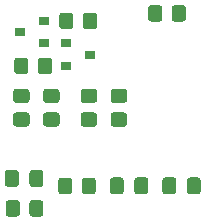
<source format=gbr>
%TF.GenerationSoftware,KiCad,Pcbnew,(5.1.9)-1*%
%TF.CreationDate,2021-09-13T16:04:34+07:00*%
%TF.ProjectId,Nano X ESP V3,4e616e6f-2058-4204-9553-502056332e6b,rev?*%
%TF.SameCoordinates,Original*%
%TF.FileFunction,Paste,Bot*%
%TF.FilePolarity,Positive*%
%FSLAX46Y46*%
G04 Gerber Fmt 4.6, Leading zero omitted, Abs format (unit mm)*
G04 Created by KiCad (PCBNEW (5.1.9)-1) date 2021-09-13 16:04:34*
%MOMM*%
%LPD*%
G01*
G04 APERTURE LIST*
%ADD10R,0.900000X0.800000*%
G04 APERTURE END LIST*
%TO.C,R8*%
G36*
G01*
X115065000Y-112845001D02*
X115065000Y-111944999D01*
G75*
G02*
X115314999Y-111695000I249999J0D01*
G01*
X116015001Y-111695000D01*
G75*
G02*
X116265000Y-111944999I0J-249999D01*
G01*
X116265000Y-112845001D01*
G75*
G02*
X116015001Y-113095000I-249999J0D01*
G01*
X115314999Y-113095000D01*
G75*
G02*
X115065000Y-112845001I0J249999D01*
G01*
G37*
G36*
G01*
X113065000Y-112845001D02*
X113065000Y-111944999D01*
G75*
G02*
X113314999Y-111695000I249999J0D01*
G01*
X114015001Y-111695000D01*
G75*
G02*
X114265000Y-111944999I0J-249999D01*
G01*
X114265000Y-112845001D01*
G75*
G02*
X114015001Y-113095000I-249999J0D01*
G01*
X113314999Y-113095000D01*
G75*
G02*
X113065000Y-112845001I0J249999D01*
G01*
G37*
%TD*%
%TO.C,C9*%
G36*
G01*
X109637500Y-125255000D02*
X109637500Y-126205000D01*
G75*
G02*
X109387500Y-126455000I-250000J0D01*
G01*
X108712500Y-126455000D01*
G75*
G02*
X108462500Y-126205000I0J250000D01*
G01*
X108462500Y-125255000D01*
G75*
G02*
X108712500Y-125005000I250000J0D01*
G01*
X109387500Y-125005000D01*
G75*
G02*
X109637500Y-125255000I0J-250000D01*
G01*
G37*
G36*
G01*
X111712500Y-125255000D02*
X111712500Y-126205000D01*
G75*
G02*
X111462500Y-126455000I-250000J0D01*
G01*
X110787500Y-126455000D01*
G75*
G02*
X110537500Y-126205000I0J250000D01*
G01*
X110537500Y-125255000D01*
G75*
G02*
X110787500Y-125005000I250000J0D01*
G01*
X111462500Y-125005000D01*
G75*
G02*
X111712500Y-125255000I0J-250000D01*
G01*
G37*
%TD*%
%TO.C,C11*%
G36*
G01*
X122972500Y-125890000D02*
X122972500Y-126840000D01*
G75*
G02*
X122722500Y-127090000I-250000J0D01*
G01*
X122047500Y-127090000D01*
G75*
G02*
X121797500Y-126840000I0J250000D01*
G01*
X121797500Y-125890000D01*
G75*
G02*
X122047500Y-125640000I250000J0D01*
G01*
X122722500Y-125640000D01*
G75*
G02*
X122972500Y-125890000I0J-250000D01*
G01*
G37*
G36*
G01*
X125047500Y-125890000D02*
X125047500Y-126840000D01*
G75*
G02*
X124797500Y-127090000I-250000J0D01*
G01*
X124122500Y-127090000D01*
G75*
G02*
X123872500Y-126840000I0J250000D01*
G01*
X123872500Y-125890000D01*
G75*
G02*
X124122500Y-125640000I250000J0D01*
G01*
X124797500Y-125640000D01*
G75*
G02*
X125047500Y-125890000I0J-250000D01*
G01*
G37*
%TD*%
%TO.C,R2*%
G36*
G01*
X110305001Y-119345000D02*
X109404999Y-119345000D01*
G75*
G02*
X109155000Y-119095001I0J249999D01*
G01*
X109155000Y-118394999D01*
G75*
G02*
X109404999Y-118145000I249999J0D01*
G01*
X110305001Y-118145000D01*
G75*
G02*
X110555000Y-118394999I0J-249999D01*
G01*
X110555000Y-119095001D01*
G75*
G02*
X110305001Y-119345000I-249999J0D01*
G01*
G37*
G36*
G01*
X110305001Y-121345000D02*
X109404999Y-121345000D01*
G75*
G02*
X109155000Y-121095001I0J249999D01*
G01*
X109155000Y-120394999D01*
G75*
G02*
X109404999Y-120145000I249999J0D01*
G01*
X110305001Y-120145000D01*
G75*
G02*
X110555000Y-120394999I0J-249999D01*
G01*
X110555000Y-121095001D01*
G75*
G02*
X110305001Y-121345000I-249999J0D01*
G01*
G37*
%TD*%
%TO.C,R3*%
G36*
G01*
X116020001Y-121345000D02*
X115119999Y-121345000D01*
G75*
G02*
X114870000Y-121095001I0J249999D01*
G01*
X114870000Y-120394999D01*
G75*
G02*
X115119999Y-120145000I249999J0D01*
G01*
X116020001Y-120145000D01*
G75*
G02*
X116270000Y-120394999I0J-249999D01*
G01*
X116270000Y-121095001D01*
G75*
G02*
X116020001Y-121345000I-249999J0D01*
G01*
G37*
G36*
G01*
X116020001Y-119345000D02*
X115119999Y-119345000D01*
G75*
G02*
X114870000Y-119095001I0J249999D01*
G01*
X114870000Y-118394999D01*
G75*
G02*
X115119999Y-118145000I249999J0D01*
G01*
X116020001Y-118145000D01*
G75*
G02*
X116270000Y-118394999I0J-249999D01*
G01*
X116270000Y-119095001D01*
G75*
G02*
X116020001Y-119345000I-249999J0D01*
G01*
G37*
%TD*%
%TO.C,R4*%
G36*
G01*
X111944999Y-118145000D02*
X112845001Y-118145000D01*
G75*
G02*
X113095000Y-118394999I0J-249999D01*
G01*
X113095000Y-119095001D01*
G75*
G02*
X112845001Y-119345000I-249999J0D01*
G01*
X111944999Y-119345000D01*
G75*
G02*
X111695000Y-119095001I0J249999D01*
G01*
X111695000Y-118394999D01*
G75*
G02*
X111944999Y-118145000I249999J0D01*
G01*
G37*
G36*
G01*
X111944999Y-120145000D02*
X112845001Y-120145000D01*
G75*
G02*
X113095000Y-120394999I0J-249999D01*
G01*
X113095000Y-121095001D01*
G75*
G02*
X112845001Y-121345000I-249999J0D01*
G01*
X111944999Y-121345000D01*
G75*
G02*
X111695000Y-121095001I0J249999D01*
G01*
X111695000Y-120394999D01*
G75*
G02*
X111944999Y-120145000I249999J0D01*
G01*
G37*
%TD*%
%TO.C,R5*%
G36*
G01*
X117659999Y-120145000D02*
X118560001Y-120145000D01*
G75*
G02*
X118810000Y-120394999I0J-249999D01*
G01*
X118810000Y-121095001D01*
G75*
G02*
X118560001Y-121345000I-249999J0D01*
G01*
X117659999Y-121345000D01*
G75*
G02*
X117410000Y-121095001I0J249999D01*
G01*
X117410000Y-120394999D01*
G75*
G02*
X117659999Y-120145000I249999J0D01*
G01*
G37*
G36*
G01*
X117659999Y-118145000D02*
X118560001Y-118145000D01*
G75*
G02*
X118810000Y-118394999I0J-249999D01*
G01*
X118810000Y-119095001D01*
G75*
G02*
X118560001Y-119345000I-249999J0D01*
G01*
X117659999Y-119345000D01*
G75*
G02*
X117410000Y-119095001I0J249999D01*
G01*
X117410000Y-118394999D01*
G75*
G02*
X117659999Y-118145000I249999J0D01*
G01*
G37*
%TD*%
%TO.C,R10*%
G36*
G01*
X114970000Y-126815001D02*
X114970000Y-125914999D01*
G75*
G02*
X115219999Y-125665000I249999J0D01*
G01*
X115920001Y-125665000D01*
G75*
G02*
X116170000Y-125914999I0J-249999D01*
G01*
X116170000Y-126815001D01*
G75*
G02*
X115920001Y-127065000I-249999J0D01*
G01*
X115219999Y-127065000D01*
G75*
G02*
X114970000Y-126815001I0J249999D01*
G01*
G37*
G36*
G01*
X112970000Y-126815001D02*
X112970000Y-125914999D01*
G75*
G02*
X113219999Y-125665000I249999J0D01*
G01*
X113920001Y-125665000D01*
G75*
G02*
X114170000Y-125914999I0J-249999D01*
G01*
X114170000Y-126815001D01*
G75*
G02*
X113920001Y-127065000I-249999J0D01*
G01*
X113219999Y-127065000D01*
G75*
G02*
X112970000Y-126815001I0J249999D01*
G01*
G37*
%TD*%
%TO.C,R11*%
G36*
G01*
X120590000Y-112210001D02*
X120590000Y-111309999D01*
G75*
G02*
X120839999Y-111060000I249999J0D01*
G01*
X121540001Y-111060000D01*
G75*
G02*
X121790000Y-111309999I0J-249999D01*
G01*
X121790000Y-112210001D01*
G75*
G02*
X121540001Y-112460000I-249999J0D01*
G01*
X120839999Y-112460000D01*
G75*
G02*
X120590000Y-112210001I0J249999D01*
G01*
G37*
G36*
G01*
X122590000Y-112210001D02*
X122590000Y-111309999D01*
G75*
G02*
X122839999Y-111060000I249999J0D01*
G01*
X123540001Y-111060000D01*
G75*
G02*
X123790000Y-111309999I0J-249999D01*
G01*
X123790000Y-112210001D01*
G75*
G02*
X123540001Y-112460000I-249999J0D01*
G01*
X122839999Y-112460000D01*
G75*
G02*
X122590000Y-112210001I0J249999D01*
G01*
G37*
%TD*%
%TO.C,R12*%
G36*
G01*
X110525000Y-128720001D02*
X110525000Y-127819999D01*
G75*
G02*
X110774999Y-127570000I249999J0D01*
G01*
X111475001Y-127570000D01*
G75*
G02*
X111725000Y-127819999I0J-249999D01*
G01*
X111725000Y-128720001D01*
G75*
G02*
X111475001Y-128970000I-249999J0D01*
G01*
X110774999Y-128970000D01*
G75*
G02*
X110525000Y-128720001I0J249999D01*
G01*
G37*
G36*
G01*
X108525000Y-128720001D02*
X108525000Y-127819999D01*
G75*
G02*
X108774999Y-127570000I249999J0D01*
G01*
X109475001Y-127570000D01*
G75*
G02*
X109725000Y-127819999I0J-249999D01*
G01*
X109725000Y-128720001D01*
G75*
G02*
X109475001Y-128970000I-249999J0D01*
G01*
X108774999Y-128970000D01*
G75*
G02*
X108525000Y-128720001I0J249999D01*
G01*
G37*
%TD*%
D10*
%TO.C,Q1*%
X115665000Y-115255000D03*
X113665000Y-114305000D03*
X113665000Y-116205000D03*
%TD*%
%TO.C,Q2*%
X111760000Y-112400000D03*
X111760000Y-114300000D03*
X109760000Y-113350000D03*
%TD*%
%TO.C,R9*%
G36*
G01*
X109255000Y-116655001D02*
X109255000Y-115754999D01*
G75*
G02*
X109504999Y-115505000I249999J0D01*
G01*
X110205001Y-115505000D01*
G75*
G02*
X110455000Y-115754999I0J-249999D01*
G01*
X110455000Y-116655001D01*
G75*
G02*
X110205001Y-116905000I-249999J0D01*
G01*
X109504999Y-116905000D01*
G75*
G02*
X109255000Y-116655001I0J249999D01*
G01*
G37*
G36*
G01*
X111255000Y-116655001D02*
X111255000Y-115754999D01*
G75*
G02*
X111504999Y-115505000I249999J0D01*
G01*
X112205001Y-115505000D01*
G75*
G02*
X112455000Y-115754999I0J-249999D01*
G01*
X112455000Y-116655001D01*
G75*
G02*
X112205001Y-116905000I-249999J0D01*
G01*
X111504999Y-116905000D01*
G75*
G02*
X111255000Y-116655001I0J249999D01*
G01*
G37*
%TD*%
%TO.C,C10*%
G36*
G01*
X118527500Y-125890000D02*
X118527500Y-126840000D01*
G75*
G02*
X118277500Y-127090000I-250000J0D01*
G01*
X117602500Y-127090000D01*
G75*
G02*
X117352500Y-126840000I0J250000D01*
G01*
X117352500Y-125890000D01*
G75*
G02*
X117602500Y-125640000I250000J0D01*
G01*
X118277500Y-125640000D01*
G75*
G02*
X118527500Y-125890000I0J-250000D01*
G01*
G37*
G36*
G01*
X120602500Y-125890000D02*
X120602500Y-126840000D01*
G75*
G02*
X120352500Y-127090000I-250000J0D01*
G01*
X119677500Y-127090000D01*
G75*
G02*
X119427500Y-126840000I0J250000D01*
G01*
X119427500Y-125890000D01*
G75*
G02*
X119677500Y-125640000I250000J0D01*
G01*
X120352500Y-125640000D01*
G75*
G02*
X120602500Y-125890000I0J-250000D01*
G01*
G37*
%TD*%
M02*

</source>
